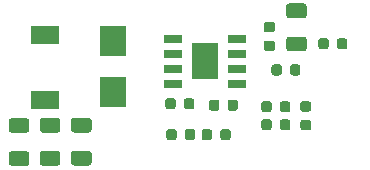
<source format=gbr>
%TF.GenerationSoftware,KiCad,Pcbnew,(5.1.6)-1*%
%TF.CreationDate,2021-05-11T15:15:27+02:00*%
%TF.ProjectId,Buck_Converter,4275636b-5f43-46f6-9e76-65727465722e,rev?*%
%TF.SameCoordinates,Original*%
%TF.FileFunction,Paste,Top*%
%TF.FilePolarity,Positive*%
%FSLAX46Y46*%
G04 Gerber Fmt 4.6, Leading zero omitted, Abs format (unit mm)*
G04 Created by KiCad (PCBNEW (5.1.6)-1) date 2021-05-11 15:15:27*
%MOMM*%
%LPD*%
G01*
G04 APERTURE LIST*
%ADD10R,2.300000X2.500000*%
%ADD11R,2.200000X3.100000*%
%ADD12R,1.525000X0.650000*%
%ADD13R,2.400000X1.500000*%
G04 APERTURE END LIST*
%TO.C,C1*%
G36*
G01*
X112605000Y-61845000D02*
X111355000Y-61845000D01*
G75*
G02*
X111105000Y-61595000I0J250000D01*
G01*
X111105000Y-60845000D01*
G75*
G02*
X111355000Y-60595000I250000J0D01*
G01*
X112605000Y-60595000D01*
G75*
G02*
X112855000Y-60845000I0J-250000D01*
G01*
X112855000Y-61595000D01*
G75*
G02*
X112605000Y-61845000I-250000J0D01*
G01*
G37*
G36*
G01*
X112605000Y-64645000D02*
X111355000Y-64645000D01*
G75*
G02*
X111105000Y-64395000I0J250000D01*
G01*
X111105000Y-63645000D01*
G75*
G02*
X111355000Y-63395000I250000J0D01*
G01*
X112605000Y-63395000D01*
G75*
G02*
X112855000Y-63645000I0J-250000D01*
G01*
X112855000Y-64395000D01*
G75*
G02*
X112605000Y-64645000I-250000J0D01*
G01*
G37*
%TD*%
%TO.C,C2*%
G36*
G01*
X109946250Y-63040000D02*
X109433750Y-63040000D01*
G75*
G02*
X109215000Y-62821250I0J218750D01*
G01*
X109215000Y-62383750D01*
G75*
G02*
X109433750Y-62165000I218750J0D01*
G01*
X109946250Y-62165000D01*
G75*
G02*
X110165000Y-62383750I0J-218750D01*
G01*
X110165000Y-62821250D01*
G75*
G02*
X109946250Y-63040000I-218750J0D01*
G01*
G37*
G36*
G01*
X109946250Y-64615000D02*
X109433750Y-64615000D01*
G75*
G02*
X109215000Y-64396250I0J218750D01*
G01*
X109215000Y-63958750D01*
G75*
G02*
X109433750Y-63740000I218750J0D01*
G01*
X109946250Y-63740000D01*
G75*
G02*
X110165000Y-63958750I0J-218750D01*
G01*
X110165000Y-64396250D01*
G75*
G02*
X109946250Y-64615000I-218750J0D01*
G01*
G37*
%TD*%
%TO.C,C3*%
G36*
G01*
X102458000Y-69344250D02*
X102458000Y-68831750D01*
G75*
G02*
X102676750Y-68613000I218750J0D01*
G01*
X103114250Y-68613000D01*
G75*
G02*
X103333000Y-68831750I0J-218750D01*
G01*
X103333000Y-69344250D01*
G75*
G02*
X103114250Y-69563000I-218750J0D01*
G01*
X102676750Y-69563000D01*
G75*
G02*
X102458000Y-69344250I0J218750D01*
G01*
G37*
G36*
G01*
X100883000Y-69344250D02*
X100883000Y-68831750D01*
G75*
G02*
X101101750Y-68613000I218750J0D01*
G01*
X101539250Y-68613000D01*
G75*
G02*
X101758000Y-68831750I0J-218750D01*
G01*
X101758000Y-69344250D01*
G75*
G02*
X101539250Y-69563000I-218750J0D01*
G01*
X101101750Y-69563000D01*
G75*
G02*
X100883000Y-69344250I0J218750D01*
G01*
G37*
%TD*%
%TO.C,C4*%
G36*
G01*
X100959200Y-71960450D02*
X100959200Y-71447950D01*
G75*
G02*
X101177950Y-71229200I218750J0D01*
G01*
X101615450Y-71229200D01*
G75*
G02*
X101834200Y-71447950I0J-218750D01*
G01*
X101834200Y-71960450D01*
G75*
G02*
X101615450Y-72179200I-218750J0D01*
G01*
X101177950Y-72179200D01*
G75*
G02*
X100959200Y-71960450I0J218750D01*
G01*
G37*
G36*
G01*
X102534200Y-71960450D02*
X102534200Y-71447950D01*
G75*
G02*
X102752950Y-71229200I218750J0D01*
G01*
X103190450Y-71229200D01*
G75*
G02*
X103409200Y-71447950I0J-218750D01*
G01*
X103409200Y-71960450D01*
G75*
G02*
X103190450Y-72179200I-218750J0D01*
G01*
X102752950Y-72179200D01*
G75*
G02*
X102534200Y-71960450I0J218750D01*
G01*
G37*
%TD*%
%TO.C,C5*%
G36*
G01*
X109011000Y-71122250D02*
X109011000Y-70609750D01*
G75*
G02*
X109229750Y-70391000I218750J0D01*
G01*
X109667250Y-70391000D01*
G75*
G02*
X109886000Y-70609750I0J-218750D01*
G01*
X109886000Y-71122250D01*
G75*
G02*
X109667250Y-71341000I-218750J0D01*
G01*
X109229750Y-71341000D01*
G75*
G02*
X109011000Y-71122250I0J218750D01*
G01*
G37*
G36*
G01*
X110586000Y-71122250D02*
X110586000Y-70609750D01*
G75*
G02*
X110804750Y-70391000I218750J0D01*
G01*
X111242250Y-70391000D01*
G75*
G02*
X111461000Y-70609750I0J-218750D01*
G01*
X111461000Y-71122250D01*
G75*
G02*
X111242250Y-71341000I-218750J0D01*
G01*
X110804750Y-71341000D01*
G75*
G02*
X110586000Y-71122250I0J218750D01*
G01*
G37*
%TD*%
%TO.C,C6*%
G36*
G01*
X89129000Y-74349000D02*
X87879000Y-74349000D01*
G75*
G02*
X87629000Y-74099000I0J250000D01*
G01*
X87629000Y-73349000D01*
G75*
G02*
X87879000Y-73099000I250000J0D01*
G01*
X89129000Y-73099000D01*
G75*
G02*
X89379000Y-73349000I0J-250000D01*
G01*
X89379000Y-74099000D01*
G75*
G02*
X89129000Y-74349000I-250000J0D01*
G01*
G37*
G36*
G01*
X89129000Y-71549000D02*
X87879000Y-71549000D01*
G75*
G02*
X87629000Y-71299000I0J250000D01*
G01*
X87629000Y-70549000D01*
G75*
G02*
X87879000Y-70299000I250000J0D01*
G01*
X89129000Y-70299000D01*
G75*
G02*
X89379000Y-70549000I0J-250000D01*
G01*
X89379000Y-71299000D01*
G75*
G02*
X89129000Y-71549000I-250000J0D01*
G01*
G37*
%TD*%
%TO.C,C7*%
G36*
G01*
X94389000Y-71519000D02*
X93139000Y-71519000D01*
G75*
G02*
X92889000Y-71269000I0J250000D01*
G01*
X92889000Y-70519000D01*
G75*
G02*
X93139000Y-70269000I250000J0D01*
G01*
X94389000Y-70269000D01*
G75*
G02*
X94639000Y-70519000I0J-250000D01*
G01*
X94639000Y-71269000D01*
G75*
G02*
X94389000Y-71519000I-250000J0D01*
G01*
G37*
G36*
G01*
X94389000Y-74319000D02*
X93139000Y-74319000D01*
G75*
G02*
X92889000Y-74069000I0J250000D01*
G01*
X92889000Y-73319000D01*
G75*
G02*
X93139000Y-73069000I250000J0D01*
G01*
X94389000Y-73069000D01*
G75*
G02*
X94639000Y-73319000I0J-250000D01*
G01*
X94639000Y-74069000D01*
G75*
G02*
X94389000Y-74319000I-250000J0D01*
G01*
G37*
%TD*%
%TO.C,C8*%
G36*
G01*
X91749000Y-74329000D02*
X90499000Y-74329000D01*
G75*
G02*
X90249000Y-74079000I0J250000D01*
G01*
X90249000Y-73329000D01*
G75*
G02*
X90499000Y-73079000I250000J0D01*
G01*
X91749000Y-73079000D01*
G75*
G02*
X91999000Y-73329000I0J-250000D01*
G01*
X91999000Y-74079000D01*
G75*
G02*
X91749000Y-74329000I-250000J0D01*
G01*
G37*
G36*
G01*
X91749000Y-71529000D02*
X90499000Y-71529000D01*
G75*
G02*
X90249000Y-71279000I0J250000D01*
G01*
X90249000Y-70529000D01*
G75*
G02*
X90499000Y-70279000I250000J0D01*
G01*
X91749000Y-70279000D01*
G75*
G02*
X91999000Y-70529000I0J-250000D01*
G01*
X91999000Y-71279000D01*
G75*
G02*
X91749000Y-71529000I-250000J0D01*
G01*
G37*
%TD*%
D10*
%TO.C,D1*%
X96416000Y-68054000D03*
X96416000Y-63754000D03*
%TD*%
D11*
%TO.C,IC1*%
X104230000Y-65470000D03*
D12*
X106942000Y-63565000D03*
X106942000Y-64835000D03*
X106942000Y-66105000D03*
X106942000Y-67375000D03*
X101518000Y-67375000D03*
X101518000Y-66105000D03*
X101518000Y-64835000D03*
X101518000Y-63565000D03*
%TD*%
D13*
%TO.C,L1*%
X90678000Y-63290000D03*
X90678000Y-68790000D03*
%TD*%
%TO.C,R1*%
G36*
G01*
X110740000Y-65963750D02*
X110740000Y-66476250D01*
G75*
G02*
X110521250Y-66695000I-218750J0D01*
G01*
X110083750Y-66695000D01*
G75*
G02*
X109865000Y-66476250I0J218750D01*
G01*
X109865000Y-65963750D01*
G75*
G02*
X110083750Y-65745000I218750J0D01*
G01*
X110521250Y-65745000D01*
G75*
G02*
X110740000Y-65963750I0J-218750D01*
G01*
G37*
G36*
G01*
X112315000Y-65963750D02*
X112315000Y-66476250D01*
G75*
G02*
X112096250Y-66695000I-218750J0D01*
G01*
X111658750Y-66695000D01*
G75*
G02*
X111440000Y-66476250I0J218750D01*
G01*
X111440000Y-65963750D01*
G75*
G02*
X111658750Y-65745000I218750J0D01*
G01*
X112096250Y-65745000D01*
G75*
G02*
X112315000Y-65963750I0J-218750D01*
G01*
G37*
%TD*%
%TO.C,R2*%
G36*
G01*
X103956400Y-71960450D02*
X103956400Y-71447950D01*
G75*
G02*
X104175150Y-71229200I218750J0D01*
G01*
X104612650Y-71229200D01*
G75*
G02*
X104831400Y-71447950I0J-218750D01*
G01*
X104831400Y-71960450D01*
G75*
G02*
X104612650Y-72179200I-218750J0D01*
G01*
X104175150Y-72179200D01*
G75*
G02*
X103956400Y-71960450I0J218750D01*
G01*
G37*
G36*
G01*
X105531400Y-71960450D02*
X105531400Y-71447950D01*
G75*
G02*
X105750150Y-71229200I218750J0D01*
G01*
X106187650Y-71229200D01*
G75*
G02*
X106406400Y-71447950I0J-218750D01*
G01*
X106406400Y-71960450D01*
G75*
G02*
X106187650Y-72179200I-218750J0D01*
G01*
X105750150Y-72179200D01*
G75*
G02*
X105531400Y-71960450I0J218750D01*
G01*
G37*
%TD*%
%TO.C,R3*%
G36*
G01*
X109886000Y-69085750D02*
X109886000Y-69598250D01*
G75*
G02*
X109667250Y-69817000I-218750J0D01*
G01*
X109229750Y-69817000D01*
G75*
G02*
X109011000Y-69598250I0J218750D01*
G01*
X109011000Y-69085750D01*
G75*
G02*
X109229750Y-68867000I218750J0D01*
G01*
X109667250Y-68867000D01*
G75*
G02*
X109886000Y-69085750I0J-218750D01*
G01*
G37*
G36*
G01*
X111461000Y-69085750D02*
X111461000Y-69598250D01*
G75*
G02*
X111242250Y-69817000I-218750J0D01*
G01*
X110804750Y-69817000D01*
G75*
G02*
X110586000Y-69598250I0J218750D01*
G01*
X110586000Y-69085750D01*
G75*
G02*
X110804750Y-68867000I218750J0D01*
G01*
X111242250Y-68867000D01*
G75*
G02*
X111461000Y-69085750I0J-218750D01*
G01*
G37*
%TD*%
%TO.C,R5*%
G36*
G01*
X112519750Y-68879000D02*
X113032250Y-68879000D01*
G75*
G02*
X113251000Y-69097750I0J-218750D01*
G01*
X113251000Y-69535250D01*
G75*
G02*
X113032250Y-69754000I-218750J0D01*
G01*
X112519750Y-69754000D01*
G75*
G02*
X112301000Y-69535250I0J218750D01*
G01*
X112301000Y-69097750D01*
G75*
G02*
X112519750Y-68879000I218750J0D01*
G01*
G37*
G36*
G01*
X112519750Y-70454000D02*
X113032250Y-70454000D01*
G75*
G02*
X113251000Y-70672750I0J-218750D01*
G01*
X113251000Y-71110250D01*
G75*
G02*
X113032250Y-71329000I-218750J0D01*
G01*
X112519750Y-71329000D01*
G75*
G02*
X112301000Y-71110250I0J218750D01*
G01*
X112301000Y-70672750D01*
G75*
G02*
X112519750Y-70454000I218750J0D01*
G01*
G37*
%TD*%
%TO.C,R4*%
G36*
G01*
X107025000Y-68953750D02*
X107025000Y-69466250D01*
G75*
G02*
X106806250Y-69685000I-218750J0D01*
G01*
X106368750Y-69685000D01*
G75*
G02*
X106150000Y-69466250I0J218750D01*
G01*
X106150000Y-68953750D01*
G75*
G02*
X106368750Y-68735000I218750J0D01*
G01*
X106806250Y-68735000D01*
G75*
G02*
X107025000Y-68953750I0J-218750D01*
G01*
G37*
G36*
G01*
X105450000Y-68953750D02*
X105450000Y-69466250D01*
G75*
G02*
X105231250Y-69685000I-218750J0D01*
G01*
X104793750Y-69685000D01*
G75*
G02*
X104575000Y-69466250I0J218750D01*
G01*
X104575000Y-68953750D01*
G75*
G02*
X104793750Y-68735000I218750J0D01*
G01*
X105231250Y-68735000D01*
G75*
G02*
X105450000Y-68953750I0J-218750D01*
G01*
G37*
%TD*%
%TO.C,R6*%
G36*
G01*
X116287000Y-63751750D02*
X116287000Y-64264250D01*
G75*
G02*
X116068250Y-64483000I-218750J0D01*
G01*
X115630750Y-64483000D01*
G75*
G02*
X115412000Y-64264250I0J218750D01*
G01*
X115412000Y-63751750D01*
G75*
G02*
X115630750Y-63533000I218750J0D01*
G01*
X116068250Y-63533000D01*
G75*
G02*
X116287000Y-63751750I0J-218750D01*
G01*
G37*
G36*
G01*
X114712000Y-63751750D02*
X114712000Y-64264250D01*
G75*
G02*
X114493250Y-64483000I-218750J0D01*
G01*
X114055750Y-64483000D01*
G75*
G02*
X113837000Y-64264250I0J218750D01*
G01*
X113837000Y-63751750D01*
G75*
G02*
X114055750Y-63533000I218750J0D01*
G01*
X114493250Y-63533000D01*
G75*
G02*
X114712000Y-63751750I0J-218750D01*
G01*
G37*
%TD*%
M02*

</source>
